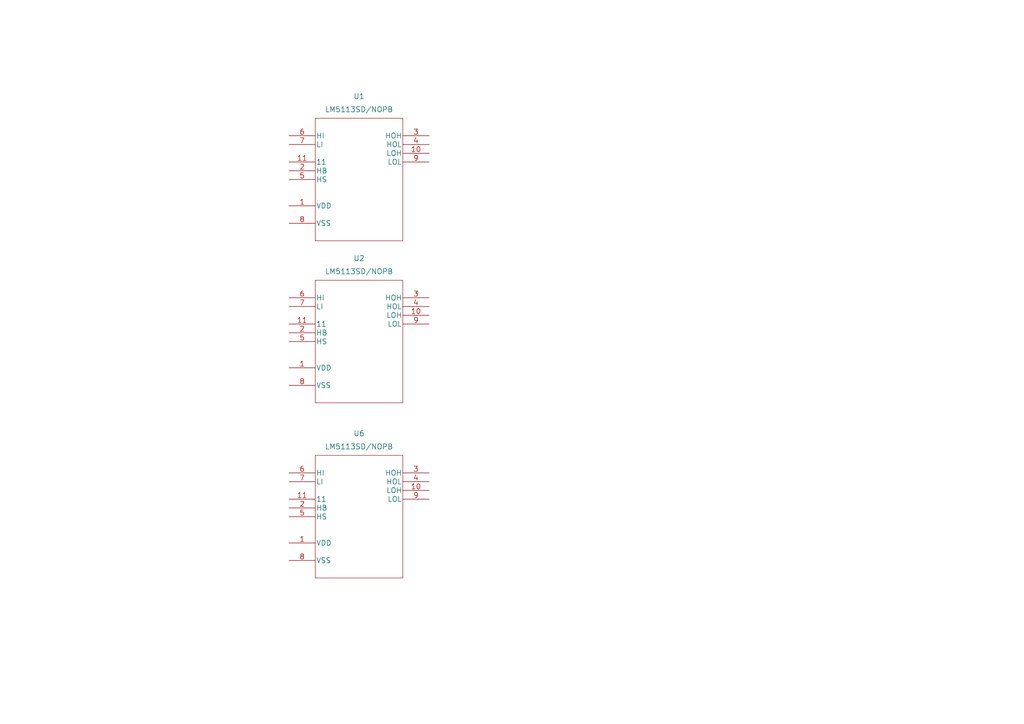
<source format=kicad_sch>
(kicad_sch (version 20211123) (generator eeschema)
  (paper "A4")
  (lib_symbols
    (symbol "2022-11-21_19-12-11:LM5113SD{slash}NOPB" (pin_names (offset 0.254))
      (property "Reference" "U" (at 20.32 10.16 0))
      (property "Value" "LM5113SD{slash}NOPB" (at 20.32 7.62 0))
      (symbol "LM5113SD{slash}NOPB_1_1"
        (polyline (pts (xy 7.62 -30.48) (xy 33.02 -30.48)) (stroke (width 0.127)))
        (polyline (pts (xy 7.62 5.08) (xy 7.62 -30.48)) (stroke (width 0.127)))
        (polyline (pts (xy 33.02 -30.48) (xy 33.02 5.08)) (stroke (width 0.127)))
        (polyline (pts (xy 33.02 5.08) (xy 7.62 5.08)) (stroke (width 0.127)))
        (pin power_in line (at 0 -20.32 0) (length 7.62) (name "VDD") (number "1"))
        (pin output line (at 40.64 -5.08 180) (length 7.62) (name "LOH") (number "10"))
        (pin unspecified line (at 0 -7.62 0) (length 7.62) (name "11") (number "11"))
        (pin unspecified line (at 0 -10.16 0) (length 7.62) (name "HB") (number "2"))
        (pin output line (at 40.64 0 180) (length 7.62) (name "HOH") (number "3"))
        (pin output line (at 40.64 -2.54 180) (length 7.62) (name "HOL") (number "4"))
        (pin unspecified line (at 0 -12.7 0) (length 7.62) (name "HS") (number "5"))
        (pin input line (at 0 0 0) (length 7.62) (name "HI") (number "6"))
        (pin input line (at 0 -2.54 0) (length 7.62) (name "LI") (number "7"))
        (pin power_in line (at 0 -25.4 0) (length 7.62) (name "VSS") (number "8"))
        (pin output line (at 40.64 -7.62 180) (length 7.62) (name "LOL") (number "9"))
      )
    )
  )
  (symbol (lib_id "2022-11-21_19-12-11:LM5113SD{slash}NOPB") (at 83.82 39.37 0) (unit 1)
    (property "Reference" "U1" (at 104.14 27.94 0) (effects (font (size 1.524 1.524))))
    (property "Value" "LM5113SD/NOPB" (at 104.14 31.75 0) (effects (font (size 1.524 1.524))))
    (property "Footprint" "lm5113:LM5113SD&slash_NOPB" (effects hide))
  )
  (symbol (lib_id "2022-11-21_19-12-11:LM5113SD{slash}NOPB") (at 83.82 137.16 0) (unit 1)
    (property "Reference" "U6" (at 104.14 125.73 0) (effects (font (size 1.524 1.524))))
    (property "Value" "LM5113SD/NOPB" (at 104.14 129.54 0) (effects (font (size 1.524 1.524))))
    (property "Footprint" "lm5113:LM5113SD&slash_NOPB" (effects hide))
  )
  (symbol (lib_id "2022-11-21_19-12-11:LM5113SD{slash}NOPB") (at 83.82 86.36 0) (unit 1)
    (property "Reference" "U2" (at 104.14 74.93 0) (effects (font (size 1.524 1.524))))
    (property "Value" "LM5113SD/NOPB" (at 104.14 78.74 0) (effects (font (size 1.524 1.524))))
    (property "Footprint" "lm5113:LM5113SD&slash_NOPB" (effects hide))
  )
)
</source>
